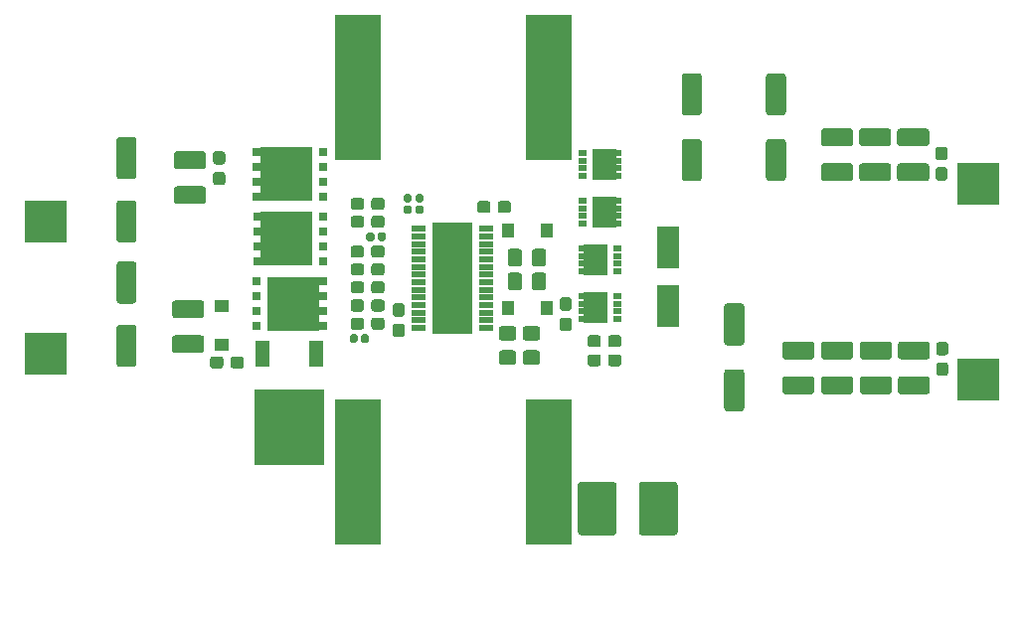
<source format=gts>
%TF.GenerationSoftware,KiCad,Pcbnew,(5.1.6)-1*%
%TF.CreationDate,2021-10-31T23:30:24+01:00*%
%TF.ProjectId,LiPo_12_Driver,4c69506f-5f31-4325-9f44-72697665722e,rev?*%
%TF.SameCoordinates,Original*%
%TF.FileFunction,Soldermask,Top*%
%TF.FilePolarity,Negative*%
%FSLAX46Y46*%
G04 Gerber Fmt 4.6, Leading zero omitted, Abs format (unit mm)*
G04 Created by KiCad (PCBNEW (5.1.6)-1) date 2021-10-31 23:30:24*
%MOMM*%
%LPD*%
G01*
G04 APERTURE LIST*
%ADD10R,3.600000X3.600000*%
%ADD11R,1.300000X1.000000*%
%ADD12R,1.000000X1.300000*%
%ADD13R,5.900000X6.500000*%
%ADD14R,1.300000X2.300000*%
%ADD15R,1.900000X3.600000*%
%ADD16R,3.925000X12.420000*%
%ADD17R,4.450000X4.610000*%
%ADD18R,0.800000X0.800000*%
%ADD19R,1.050000X1.330000*%
%ADD20R,0.730000X0.600000*%
%ADD21R,1.200000X0.500000*%
%ADD22R,3.500000X9.600000*%
G04 APERTURE END LIST*
D10*
%TO.C,J2*%
X101498400Y-106734000D03*
%TD*%
%TO.C,J3*%
X101498400Y-95504000D03*
%TD*%
%TO.C,J4*%
X180975000Y-108966000D03*
%TD*%
%TO.C,J1*%
X180911500Y-92265500D03*
%TD*%
%TO.C,C5*%
G36*
G01*
X116543700Y-90632000D02*
X116018700Y-90632000D01*
G75*
G02*
X115756200Y-90369500I0J262500D01*
G01*
X115756200Y-89744500D01*
G75*
G02*
X116018700Y-89482000I262500J0D01*
G01*
X116543700Y-89482000D01*
G75*
G02*
X116806200Y-89744500I0J-262500D01*
G01*
X116806200Y-90369500D01*
G75*
G02*
X116543700Y-90632000I-262500J0D01*
G01*
G37*
G36*
G01*
X116543700Y-92382000D02*
X116018700Y-92382000D01*
G75*
G02*
X115756200Y-92119500I0J262500D01*
G01*
X115756200Y-91494500D01*
G75*
G02*
X116018700Y-91232000I262500J0D01*
G01*
X116543700Y-91232000D01*
G75*
G02*
X116806200Y-91494500I0J-262500D01*
G01*
X116806200Y-92119500D01*
G75*
G02*
X116543700Y-92382000I-262500J0D01*
G01*
G37*
%TD*%
%TO.C,C1*%
G36*
G01*
X108978875Y-97273500D02*
X107810125Y-97273500D01*
G75*
G02*
X107544500Y-97007875I0J265625D01*
G01*
X107544500Y-93939125D01*
G75*
G02*
X107810125Y-93673500I265625J0D01*
G01*
X108978875Y-93673500D01*
G75*
G02*
X109244500Y-93939125I0J-265625D01*
G01*
X109244500Y-97007875D01*
G75*
G02*
X108978875Y-97273500I-265625J0D01*
G01*
G37*
G36*
G01*
X108978875Y-91873500D02*
X107810125Y-91873500D01*
G75*
G02*
X107544500Y-91607875I0J265625D01*
G01*
X107544500Y-88539125D01*
G75*
G02*
X107810125Y-88273500I265625J0D01*
G01*
X108978875Y-88273500D01*
G75*
G02*
X109244500Y-88539125I0J-265625D01*
G01*
X109244500Y-91607875D01*
G75*
G02*
X108978875Y-91873500I-265625J0D01*
G01*
G37*
%TD*%
%TO.C,C2*%
G36*
G01*
X107810125Y-104278000D02*
X108978875Y-104278000D01*
G75*
G02*
X109244500Y-104543625I0J-265625D01*
G01*
X109244500Y-107612375D01*
G75*
G02*
X108978875Y-107878000I-265625J0D01*
G01*
X107810125Y-107878000D01*
G75*
G02*
X107544500Y-107612375I0J265625D01*
G01*
X107544500Y-104543625D01*
G75*
G02*
X107810125Y-104278000I265625J0D01*
G01*
G37*
G36*
G01*
X107810125Y-98878000D02*
X108978875Y-98878000D01*
G75*
G02*
X109244500Y-99143625I0J-265625D01*
G01*
X109244500Y-102212375D01*
G75*
G02*
X108978875Y-102478000I-265625J0D01*
G01*
X107810125Y-102478000D01*
G75*
G02*
X107544500Y-102212375I0J265625D01*
G01*
X107544500Y-99143625D01*
G75*
G02*
X107810125Y-98878000I265625J0D01*
G01*
G37*
%TD*%
%TO.C,C3*%
G36*
G01*
X114899456Y-91019800D02*
X112684544Y-91019800D01*
G75*
G02*
X112417000Y-90752256I0J267544D01*
G01*
X112417000Y-89762344D01*
G75*
G02*
X112684544Y-89494800I267544J0D01*
G01*
X114899456Y-89494800D01*
G75*
G02*
X115167000Y-89762344I0J-267544D01*
G01*
X115167000Y-90752256D01*
G75*
G02*
X114899456Y-91019800I-267544J0D01*
G01*
G37*
G36*
G01*
X114899456Y-93994800D02*
X112684544Y-93994800D01*
G75*
G02*
X112417000Y-93727256I0J267544D01*
G01*
X112417000Y-92737344D01*
G75*
G02*
X112684544Y-92469800I267544J0D01*
G01*
X114899456Y-92469800D01*
G75*
G02*
X115167000Y-92737344I0J-267544D01*
G01*
X115167000Y-93727256D01*
G75*
G02*
X114899456Y-93994800I-267544J0D01*
G01*
G37*
%TD*%
%TO.C,C4*%
G36*
G01*
X112532144Y-102194800D02*
X114747056Y-102194800D01*
G75*
G02*
X115014600Y-102462344I0J-267544D01*
G01*
X115014600Y-103452256D01*
G75*
G02*
X114747056Y-103719800I-267544J0D01*
G01*
X112532144Y-103719800D01*
G75*
G02*
X112264600Y-103452256I0J267544D01*
G01*
X112264600Y-102462344D01*
G75*
G02*
X112532144Y-102194800I267544J0D01*
G01*
G37*
G36*
G01*
X112532144Y-105169800D02*
X114747056Y-105169800D01*
G75*
G02*
X115014600Y-105437344I0J-267544D01*
G01*
X115014600Y-106427256D01*
G75*
G02*
X114747056Y-106694800I-267544J0D01*
G01*
X112532144Y-106694800D01*
G75*
G02*
X112264600Y-106427256I0J267544D01*
G01*
X112264600Y-105437344D01*
G75*
G02*
X112532144Y-105169800I267544J0D01*
G01*
G37*
%TD*%
%TO.C,C6*%
G36*
G01*
X129230400Y-99830500D02*
X129230400Y-99305500D01*
G75*
G02*
X129492900Y-99043000I262500J0D01*
G01*
X130117900Y-99043000D01*
G75*
G02*
X130380400Y-99305500I0J-262500D01*
G01*
X130380400Y-99830500D01*
G75*
G02*
X130117900Y-100093000I-262500J0D01*
G01*
X129492900Y-100093000D01*
G75*
G02*
X129230400Y-99830500I0J262500D01*
G01*
G37*
G36*
G01*
X127480400Y-99830500D02*
X127480400Y-99305500D01*
G75*
G02*
X127742900Y-99043000I262500J0D01*
G01*
X128367900Y-99043000D01*
G75*
G02*
X128630400Y-99305500I0J-262500D01*
G01*
X128630400Y-99830500D01*
G75*
G02*
X128367900Y-100093000I-262500J0D01*
G01*
X127742900Y-100093000D01*
G75*
G02*
X127480400Y-99830500I0J262500D01*
G01*
G37*
%TD*%
%TO.C,C7*%
G36*
G01*
X144144000Y-98073738D02*
X144144000Y-99030262D01*
G75*
G02*
X143872262Y-99302000I-271738J0D01*
G01*
X143165738Y-99302000D01*
G75*
G02*
X142894000Y-99030262I0J271738D01*
G01*
X142894000Y-98073738D01*
G75*
G02*
X143165738Y-97802000I271738J0D01*
G01*
X143872262Y-97802000D01*
G75*
G02*
X144144000Y-98073738I0J-271738D01*
G01*
G37*
G36*
G01*
X142094000Y-98073738D02*
X142094000Y-99030262D01*
G75*
G02*
X141822262Y-99302000I-271738J0D01*
G01*
X141115738Y-99302000D01*
G75*
G02*
X140844000Y-99030262I0J271738D01*
G01*
X140844000Y-98073738D01*
G75*
G02*
X141115738Y-97802000I271738J0D01*
G01*
X141822262Y-97802000D01*
G75*
G02*
X142094000Y-98073738I0J-271738D01*
G01*
G37*
%TD*%
%TO.C,C8*%
G36*
G01*
X142094000Y-100105738D02*
X142094000Y-101062262D01*
G75*
G02*
X141822262Y-101334000I-271738J0D01*
G01*
X141115738Y-101334000D01*
G75*
G02*
X140844000Y-101062262I0J271738D01*
G01*
X140844000Y-100105738D01*
G75*
G02*
X141115738Y-99834000I271738J0D01*
G01*
X141822262Y-99834000D01*
G75*
G02*
X142094000Y-100105738I0J-271738D01*
G01*
G37*
G36*
G01*
X144144000Y-100105738D02*
X144144000Y-101062262D01*
G75*
G02*
X143872262Y-101334000I-271738J0D01*
G01*
X143165738Y-101334000D01*
G75*
G02*
X142894000Y-101062262I0J271738D01*
G01*
X142894000Y-100105738D01*
G75*
G02*
X143165738Y-99834000I271738J0D01*
G01*
X143872262Y-99834000D01*
G75*
G02*
X144144000Y-100105738I0J-271738D01*
G01*
G37*
%TD*%
%TO.C,C9*%
G36*
G01*
X127480400Y-101354500D02*
X127480400Y-100829500D01*
G75*
G02*
X127742900Y-100567000I262500J0D01*
G01*
X128367900Y-100567000D01*
G75*
G02*
X128630400Y-100829500I0J-262500D01*
G01*
X128630400Y-101354500D01*
G75*
G02*
X128367900Y-101617000I-262500J0D01*
G01*
X127742900Y-101617000D01*
G75*
G02*
X127480400Y-101354500I0J262500D01*
G01*
G37*
G36*
G01*
X129230400Y-101354500D02*
X129230400Y-100829500D01*
G75*
G02*
X129492900Y-100567000I262500J0D01*
G01*
X130117900Y-100567000D01*
G75*
G02*
X130380400Y-100829500I0J-262500D01*
G01*
X130380400Y-101354500D01*
G75*
G02*
X130117900Y-101617000I-262500J0D01*
G01*
X129492900Y-101617000D01*
G75*
G02*
X129230400Y-101354500I0J262500D01*
G01*
G37*
%TD*%
%TO.C,C10*%
G36*
G01*
X129219000Y-98306500D02*
X129219000Y-97781500D01*
G75*
G02*
X129481500Y-97519000I262500J0D01*
G01*
X130106500Y-97519000D01*
G75*
G02*
X130369000Y-97781500I0J-262500D01*
G01*
X130369000Y-98306500D01*
G75*
G02*
X130106500Y-98569000I-262500J0D01*
G01*
X129481500Y-98569000D01*
G75*
G02*
X129219000Y-98306500I0J262500D01*
G01*
G37*
G36*
G01*
X127469000Y-98306500D02*
X127469000Y-97781500D01*
G75*
G02*
X127731500Y-97519000I262500J0D01*
G01*
X128356500Y-97519000D01*
G75*
G02*
X128619000Y-97781500I0J-262500D01*
G01*
X128619000Y-98306500D01*
G75*
G02*
X128356500Y-98569000I-262500J0D01*
G01*
X127731500Y-98569000D01*
G75*
G02*
X127469000Y-98306500I0J262500D01*
G01*
G37*
%TD*%
%TO.C,C11*%
G36*
G01*
X127480400Y-102900801D02*
X127480400Y-102375801D01*
G75*
G02*
X127742900Y-102113301I262500J0D01*
G01*
X128367900Y-102113301D01*
G75*
G02*
X128630400Y-102375801I0J-262500D01*
G01*
X128630400Y-102900801D01*
G75*
G02*
X128367900Y-103163301I-262500J0D01*
G01*
X127742900Y-103163301D01*
G75*
G02*
X127480400Y-102900801I0J262500D01*
G01*
G37*
G36*
G01*
X129230400Y-102900801D02*
X129230400Y-102375801D01*
G75*
G02*
X129492900Y-102113301I262500J0D01*
G01*
X130117900Y-102113301D01*
G75*
G02*
X130380400Y-102375801I0J-262500D01*
G01*
X130380400Y-102900801D01*
G75*
G02*
X130117900Y-103163301I-262500J0D01*
G01*
X129492900Y-103163301D01*
G75*
G02*
X129230400Y-102900801I0J262500D01*
G01*
G37*
%TD*%
%TO.C,C12*%
G36*
G01*
X127480400Y-94242500D02*
X127480400Y-93717500D01*
G75*
G02*
X127742900Y-93455000I262500J0D01*
G01*
X128367900Y-93455000D01*
G75*
G02*
X128630400Y-93717500I0J-262500D01*
G01*
X128630400Y-94242500D01*
G75*
G02*
X128367900Y-94505000I-262500J0D01*
G01*
X127742900Y-94505000D01*
G75*
G02*
X127480400Y-94242500I0J262500D01*
G01*
G37*
G36*
G01*
X129230400Y-94242500D02*
X129230400Y-93717500D01*
G75*
G02*
X129492900Y-93455000I262500J0D01*
G01*
X130117900Y-93455000D01*
G75*
G02*
X130380400Y-93717500I0J-262500D01*
G01*
X130380400Y-94242500D01*
G75*
G02*
X130117900Y-94505000I-262500J0D01*
G01*
X129492900Y-94505000D01*
G75*
G02*
X129230400Y-94242500I0J262500D01*
G01*
G37*
%TD*%
%TO.C,C13*%
G36*
G01*
X138250000Y-94496500D02*
X138250000Y-93971500D01*
G75*
G02*
X138512500Y-93709000I262500J0D01*
G01*
X139137500Y-93709000D01*
G75*
G02*
X139400000Y-93971500I0J-262500D01*
G01*
X139400000Y-94496500D01*
G75*
G02*
X139137500Y-94759000I-262500J0D01*
G01*
X138512500Y-94759000D01*
G75*
G02*
X138250000Y-94496500I0J262500D01*
G01*
G37*
G36*
G01*
X140000000Y-94496500D02*
X140000000Y-93971500D01*
G75*
G02*
X140262500Y-93709000I262500J0D01*
G01*
X140887500Y-93709000D01*
G75*
G02*
X141150000Y-93971500I0J-262500D01*
G01*
X141150000Y-94496500D01*
G75*
G02*
X140887500Y-94759000I-262500J0D01*
G01*
X140262500Y-94759000D01*
G75*
G02*
X140000000Y-94496500I0J262500D01*
G01*
G37*
%TD*%
%TO.C,C14*%
G36*
G01*
X141321262Y-107695000D02*
X140364738Y-107695000D01*
G75*
G02*
X140093000Y-107423262I0J271738D01*
G01*
X140093000Y-106716738D01*
G75*
G02*
X140364738Y-106445000I271738J0D01*
G01*
X141321262Y-106445000D01*
G75*
G02*
X141593000Y-106716738I0J-271738D01*
G01*
X141593000Y-107423262D01*
G75*
G02*
X141321262Y-107695000I-271738J0D01*
G01*
G37*
G36*
G01*
X141321262Y-105645000D02*
X140364738Y-105645000D01*
G75*
G02*
X140093000Y-105373262I0J271738D01*
G01*
X140093000Y-104666738D01*
G75*
G02*
X140364738Y-104395000I271738J0D01*
G01*
X141321262Y-104395000D01*
G75*
G02*
X141593000Y-104666738I0J-271738D01*
G01*
X141593000Y-105373262D01*
G75*
G02*
X141321262Y-105645000I-271738J0D01*
G01*
G37*
%TD*%
%TO.C,C15*%
G36*
G01*
X142396738Y-106445000D02*
X143353262Y-106445000D01*
G75*
G02*
X143625000Y-106716738I0J-271738D01*
G01*
X143625000Y-107423262D01*
G75*
G02*
X143353262Y-107695000I-271738J0D01*
G01*
X142396738Y-107695000D01*
G75*
G02*
X142125000Y-107423262I0J271738D01*
G01*
X142125000Y-106716738D01*
G75*
G02*
X142396738Y-106445000I271738J0D01*
G01*
G37*
G36*
G01*
X142396738Y-104395000D02*
X143353262Y-104395000D01*
G75*
G02*
X143625000Y-104666738I0J-271738D01*
G01*
X143625000Y-105373262D01*
G75*
G02*
X143353262Y-105645000I-271738J0D01*
G01*
X142396738Y-105645000D01*
G75*
G02*
X142125000Y-105373262I0J271738D01*
G01*
X142125000Y-104666738D01*
G75*
G02*
X142396738Y-104395000I271738J0D01*
G01*
G37*
%TD*%
%TO.C,C16*%
G36*
G01*
X157111875Y-92039500D02*
X155943125Y-92039500D01*
G75*
G02*
X155677500Y-91773875I0J265625D01*
G01*
X155677500Y-88705125D01*
G75*
G02*
X155943125Y-88439500I265625J0D01*
G01*
X157111875Y-88439500D01*
G75*
G02*
X157377500Y-88705125I0J-265625D01*
G01*
X157377500Y-91773875D01*
G75*
G02*
X157111875Y-92039500I-265625J0D01*
G01*
G37*
G36*
G01*
X157111875Y-86439500D02*
X155943125Y-86439500D01*
G75*
G02*
X155677500Y-86173875I0J265625D01*
G01*
X155677500Y-83105125D01*
G75*
G02*
X155943125Y-82839500I265625J0D01*
G01*
X157111875Y-82839500D01*
G75*
G02*
X157377500Y-83105125I0J-265625D01*
G01*
X157377500Y-86173875D01*
G75*
G02*
X157111875Y-86439500I-265625J0D01*
G01*
G37*
%TD*%
%TO.C,C17*%
G36*
G01*
X159562625Y-108061000D02*
X160731375Y-108061000D01*
G75*
G02*
X160997000Y-108326625I0J-265625D01*
G01*
X160997000Y-111395375D01*
G75*
G02*
X160731375Y-111661000I-265625J0D01*
G01*
X159562625Y-111661000D01*
G75*
G02*
X159297000Y-111395375I0J265625D01*
G01*
X159297000Y-108326625D01*
G75*
G02*
X159562625Y-108061000I265625J0D01*
G01*
G37*
G36*
G01*
X159562625Y-102461000D02*
X160731375Y-102461000D01*
G75*
G02*
X160997000Y-102726625I0J-265625D01*
G01*
X160997000Y-105795375D01*
G75*
G02*
X160731375Y-106061000I-265625J0D01*
G01*
X159562625Y-106061000D01*
G75*
G02*
X159297000Y-105795375I0J265625D01*
G01*
X159297000Y-102726625D01*
G75*
G02*
X159562625Y-102461000I265625J0D01*
G01*
G37*
%TD*%
%TO.C,C18*%
G36*
G01*
X164287375Y-92039500D02*
X163118625Y-92039500D01*
G75*
G02*
X162853000Y-91773875I0J265625D01*
G01*
X162853000Y-88705125D01*
G75*
G02*
X163118625Y-88439500I265625J0D01*
G01*
X164287375Y-88439500D01*
G75*
G02*
X164553000Y-88705125I0J-265625D01*
G01*
X164553000Y-91773875D01*
G75*
G02*
X164287375Y-92039500I-265625J0D01*
G01*
G37*
G36*
G01*
X164287375Y-86439500D02*
X163118625Y-86439500D01*
G75*
G02*
X162853000Y-86173875I0J265625D01*
G01*
X162853000Y-83105125D01*
G75*
G02*
X163118625Y-82839500I265625J0D01*
G01*
X164287375Y-82839500D01*
G75*
G02*
X164553000Y-83105125I0J-265625D01*
G01*
X164553000Y-86173875D01*
G75*
G02*
X164287375Y-86439500I-265625J0D01*
G01*
G37*
%TD*%
%TO.C,C19*%
G36*
G01*
X164500544Y-105700000D02*
X166715456Y-105700000D01*
G75*
G02*
X166983000Y-105967544I0J-267544D01*
G01*
X166983000Y-106957456D01*
G75*
G02*
X166715456Y-107225000I-267544J0D01*
G01*
X164500544Y-107225000D01*
G75*
G02*
X164233000Y-106957456I0J267544D01*
G01*
X164233000Y-105967544D01*
G75*
G02*
X164500544Y-105700000I267544J0D01*
G01*
G37*
G36*
G01*
X164500544Y-108675000D02*
X166715456Y-108675000D01*
G75*
G02*
X166983000Y-108942544I0J-267544D01*
G01*
X166983000Y-109932456D01*
G75*
G02*
X166715456Y-110200000I-267544J0D01*
G01*
X164500544Y-110200000D01*
G75*
G02*
X164233000Y-109932456I0J267544D01*
G01*
X164233000Y-108942544D01*
G75*
G02*
X164500544Y-108675000I267544J0D01*
G01*
G37*
%TD*%
%TO.C,C20*%
G36*
G01*
X167802544Y-105700000D02*
X170017456Y-105700000D01*
G75*
G02*
X170285000Y-105967544I0J-267544D01*
G01*
X170285000Y-106957456D01*
G75*
G02*
X170017456Y-107225000I-267544J0D01*
G01*
X167802544Y-107225000D01*
G75*
G02*
X167535000Y-106957456I0J267544D01*
G01*
X167535000Y-105967544D01*
G75*
G02*
X167802544Y-105700000I267544J0D01*
G01*
G37*
G36*
G01*
X167802544Y-108675000D02*
X170017456Y-108675000D01*
G75*
G02*
X170285000Y-108942544I0J-267544D01*
G01*
X170285000Y-109932456D01*
G75*
G02*
X170017456Y-110200000I-267544J0D01*
G01*
X167802544Y-110200000D01*
G75*
G02*
X167535000Y-109932456I0J267544D01*
G01*
X167535000Y-108942544D01*
G75*
G02*
X167802544Y-108675000I267544J0D01*
G01*
G37*
%TD*%
%TO.C,C21*%
G36*
G01*
X171104544Y-108675000D02*
X173319456Y-108675000D01*
G75*
G02*
X173587000Y-108942544I0J-267544D01*
G01*
X173587000Y-109932456D01*
G75*
G02*
X173319456Y-110200000I-267544J0D01*
G01*
X171104544Y-110200000D01*
G75*
G02*
X170837000Y-109932456I0J267544D01*
G01*
X170837000Y-108942544D01*
G75*
G02*
X171104544Y-108675000I267544J0D01*
G01*
G37*
G36*
G01*
X171104544Y-105700000D02*
X173319456Y-105700000D01*
G75*
G02*
X173587000Y-105967544I0J-267544D01*
G01*
X173587000Y-106957456D01*
G75*
G02*
X173319456Y-107225000I-267544J0D01*
G01*
X171104544Y-107225000D01*
G75*
G02*
X170837000Y-106957456I0J267544D01*
G01*
X170837000Y-105967544D01*
G75*
G02*
X171104544Y-105700000I267544J0D01*
G01*
G37*
%TD*%
%TO.C,C22*%
G36*
G01*
X178062500Y-90251000D02*
X177537500Y-90251000D01*
G75*
G02*
X177275000Y-89988500I0J262500D01*
G01*
X177275000Y-89363500D01*
G75*
G02*
X177537500Y-89101000I262500J0D01*
G01*
X178062500Y-89101000D01*
G75*
G02*
X178325000Y-89363500I0J-262500D01*
G01*
X178325000Y-89988500D01*
G75*
G02*
X178062500Y-90251000I-262500J0D01*
G01*
G37*
G36*
G01*
X178062500Y-92001000D02*
X177537500Y-92001000D01*
G75*
G02*
X177275000Y-91738500I0J262500D01*
G01*
X177275000Y-91113500D01*
G75*
G02*
X177537500Y-90851000I262500J0D01*
G01*
X178062500Y-90851000D01*
G75*
G02*
X178325000Y-91113500I0J-262500D01*
G01*
X178325000Y-91738500D01*
G75*
G02*
X178062500Y-92001000I-262500J0D01*
G01*
G37*
%TD*%
%TO.C,C23*%
G36*
G01*
X177601000Y-105738000D02*
X178126000Y-105738000D01*
G75*
G02*
X178388500Y-106000500I0J-262500D01*
G01*
X178388500Y-106625500D01*
G75*
G02*
X178126000Y-106888000I-262500J0D01*
G01*
X177601000Y-106888000D01*
G75*
G02*
X177338500Y-106625500I0J262500D01*
G01*
X177338500Y-106000500D01*
G75*
G02*
X177601000Y-105738000I262500J0D01*
G01*
G37*
G36*
G01*
X177601000Y-107488000D02*
X178126000Y-107488000D01*
G75*
G02*
X178388500Y-107750500I0J-262500D01*
G01*
X178388500Y-108375500D01*
G75*
G02*
X178126000Y-108638000I-262500J0D01*
G01*
X177601000Y-108638000D01*
G75*
G02*
X177338500Y-108375500I0J262500D01*
G01*
X177338500Y-107750500D01*
G75*
G02*
X177601000Y-107488000I262500J0D01*
G01*
G37*
%TD*%
%TO.C,C24*%
G36*
G01*
X170017456Y-89064000D02*
X167802544Y-89064000D01*
G75*
G02*
X167535000Y-88796456I0J267544D01*
G01*
X167535000Y-87806544D01*
G75*
G02*
X167802544Y-87539000I267544J0D01*
G01*
X170017456Y-87539000D01*
G75*
G02*
X170285000Y-87806544I0J-267544D01*
G01*
X170285000Y-88796456D01*
G75*
G02*
X170017456Y-89064000I-267544J0D01*
G01*
G37*
G36*
G01*
X170017456Y-92039000D02*
X167802544Y-92039000D01*
G75*
G02*
X167535000Y-91771456I0J267544D01*
G01*
X167535000Y-90781544D01*
G75*
G02*
X167802544Y-90514000I267544J0D01*
G01*
X170017456Y-90514000D01*
G75*
G02*
X170285000Y-90781544I0J-267544D01*
G01*
X170285000Y-91771456D01*
G75*
G02*
X170017456Y-92039000I-267544J0D01*
G01*
G37*
%TD*%
%TO.C,C25*%
G36*
G01*
X173255956Y-92039000D02*
X171041044Y-92039000D01*
G75*
G02*
X170773500Y-91771456I0J267544D01*
G01*
X170773500Y-90781544D01*
G75*
G02*
X171041044Y-90514000I267544J0D01*
G01*
X173255956Y-90514000D01*
G75*
G02*
X173523500Y-90781544I0J-267544D01*
G01*
X173523500Y-91771456D01*
G75*
G02*
X173255956Y-92039000I-267544J0D01*
G01*
G37*
G36*
G01*
X173255956Y-89064000D02*
X171041044Y-89064000D01*
G75*
G02*
X170773500Y-88796456I0J267544D01*
G01*
X170773500Y-87806544D01*
G75*
G02*
X171041044Y-87539000I267544J0D01*
G01*
X173255956Y-87539000D01*
G75*
G02*
X173523500Y-87806544I0J-267544D01*
G01*
X173523500Y-88796456D01*
G75*
G02*
X173255956Y-89064000I-267544J0D01*
G01*
G37*
%TD*%
%TO.C,C26*%
G36*
G01*
X174343044Y-108675000D02*
X176557956Y-108675000D01*
G75*
G02*
X176825500Y-108942544I0J-267544D01*
G01*
X176825500Y-109932456D01*
G75*
G02*
X176557956Y-110200000I-267544J0D01*
G01*
X174343044Y-110200000D01*
G75*
G02*
X174075500Y-109932456I0J267544D01*
G01*
X174075500Y-108942544D01*
G75*
G02*
X174343044Y-108675000I267544J0D01*
G01*
G37*
G36*
G01*
X174343044Y-105700000D02*
X176557956Y-105700000D01*
G75*
G02*
X176825500Y-105967544I0J-267544D01*
G01*
X176825500Y-106957456D01*
G75*
G02*
X176557956Y-107225000I-267544J0D01*
G01*
X174343044Y-107225000D01*
G75*
G02*
X174075500Y-106957456I0J267544D01*
G01*
X174075500Y-105967544D01*
G75*
G02*
X174343044Y-105700000I267544J0D01*
G01*
G37*
%TD*%
%TO.C,C27*%
G36*
G01*
X176494456Y-92039000D02*
X174279544Y-92039000D01*
G75*
G02*
X174012000Y-91771456I0J267544D01*
G01*
X174012000Y-90781544D01*
G75*
G02*
X174279544Y-90514000I267544J0D01*
G01*
X176494456Y-90514000D01*
G75*
G02*
X176762000Y-90781544I0J-267544D01*
G01*
X176762000Y-91771456D01*
G75*
G02*
X176494456Y-92039000I-267544J0D01*
G01*
G37*
G36*
G01*
X176494456Y-89064000D02*
X174279544Y-89064000D01*
G75*
G02*
X174012000Y-88796456I0J267544D01*
G01*
X174012000Y-87806544D01*
G75*
G02*
X174279544Y-87539000I267544J0D01*
G01*
X176494456Y-87539000D01*
G75*
G02*
X176762000Y-87806544I0J-267544D01*
G01*
X176762000Y-88796456D01*
G75*
G02*
X176494456Y-89064000I-267544J0D01*
G01*
G37*
%TD*%
D11*
%TO.C,D1*%
X116484400Y-102693200D03*
X116484400Y-105993200D03*
%TD*%
D12*
%TO.C,D2*%
X140894800Y-96266000D03*
X144194800Y-96266000D03*
%TD*%
D13*
%TO.C,D3*%
X122237500Y-113034500D03*
D14*
X119957500Y-106734500D03*
X124517500Y-106734500D03*
%TD*%
D15*
%TO.C,D4*%
X154559000Y-97703000D03*
X154559000Y-102703000D03*
%TD*%
D12*
%TO.C,D5*%
X140894800Y-102870000D03*
X144194800Y-102870000D03*
%TD*%
D16*
%TO.C,L1*%
X128072300Y-84074000D03*
X144317300Y-84074000D03*
%TD*%
%TO.C,L2*%
X144317300Y-116840000D03*
X128072300Y-116840000D03*
%TD*%
%TO.C,R1*%
G36*
G01*
X129501600Y-96576500D02*
X129501600Y-96971500D01*
G75*
G02*
X129329100Y-97144000I-172500J0D01*
G01*
X128984100Y-97144000D01*
G75*
G02*
X128811600Y-96971500I0J172500D01*
G01*
X128811600Y-96576500D01*
G75*
G02*
X128984100Y-96404000I172500J0D01*
G01*
X129329100Y-96404000D01*
G75*
G02*
X129501600Y-96576500I0J-172500D01*
G01*
G37*
G36*
G01*
X130471600Y-96576500D02*
X130471600Y-96971500D01*
G75*
G02*
X130299100Y-97144000I-172500J0D01*
G01*
X129954100Y-97144000D01*
G75*
G02*
X129781600Y-96971500I0J172500D01*
G01*
X129781600Y-96576500D01*
G75*
G02*
X129954100Y-96404000I172500J0D01*
G01*
X130299100Y-96404000D01*
G75*
G02*
X130471600Y-96576500I0J-172500D01*
G01*
G37*
%TD*%
%TO.C,R2*%
G36*
G01*
X132136500Y-93150000D02*
X132531500Y-93150000D01*
G75*
G02*
X132704000Y-93322500I0J-172500D01*
G01*
X132704000Y-93667500D01*
G75*
G02*
X132531500Y-93840000I-172500J0D01*
G01*
X132136500Y-93840000D01*
G75*
G02*
X131964000Y-93667500I0J172500D01*
G01*
X131964000Y-93322500D01*
G75*
G02*
X132136500Y-93150000I172500J0D01*
G01*
G37*
G36*
G01*
X132136500Y-94120000D02*
X132531500Y-94120000D01*
G75*
G02*
X132704000Y-94292500I0J-172500D01*
G01*
X132704000Y-94637500D01*
G75*
G02*
X132531500Y-94810000I-172500J0D01*
G01*
X132136500Y-94810000D01*
G75*
G02*
X131964000Y-94637500I0J172500D01*
G01*
X131964000Y-94292500D01*
G75*
G02*
X132136500Y-94120000I172500J0D01*
G01*
G37*
%TD*%
%TO.C,R3*%
G36*
G01*
X133547500Y-93840000D02*
X133152500Y-93840000D01*
G75*
G02*
X132980000Y-93667500I0J172500D01*
G01*
X132980000Y-93322500D01*
G75*
G02*
X133152500Y-93150000I172500J0D01*
G01*
X133547500Y-93150000D01*
G75*
G02*
X133720000Y-93322500I0J-172500D01*
G01*
X133720000Y-93667500D01*
G75*
G02*
X133547500Y-93840000I-172500J0D01*
G01*
G37*
G36*
G01*
X133547500Y-94810000D02*
X133152500Y-94810000D01*
G75*
G02*
X132980000Y-94637500I0J172500D01*
G01*
X132980000Y-94292500D01*
G75*
G02*
X133152500Y-94120000I172500J0D01*
G01*
X133547500Y-94120000D01*
G75*
G02*
X133720000Y-94292500I0J-172500D01*
G01*
X133720000Y-94637500D01*
G75*
G02*
X133547500Y-94810000I-172500J0D01*
G01*
G37*
%TD*%
%TO.C,R4*%
G36*
G01*
X146058500Y-104828000D02*
X145533500Y-104828000D01*
G75*
G02*
X145271000Y-104565500I0J262500D01*
G01*
X145271000Y-103940500D01*
G75*
G02*
X145533500Y-103678000I262500J0D01*
G01*
X146058500Y-103678000D01*
G75*
G02*
X146321000Y-103940500I0J-262500D01*
G01*
X146321000Y-104565500D01*
G75*
G02*
X146058500Y-104828000I-262500J0D01*
G01*
G37*
G36*
G01*
X146058500Y-103078000D02*
X145533500Y-103078000D01*
G75*
G02*
X145271000Y-102815500I0J262500D01*
G01*
X145271000Y-102190500D01*
G75*
G02*
X145533500Y-101928000I262500J0D01*
G01*
X146058500Y-101928000D01*
G75*
G02*
X146321000Y-102190500I0J-262500D01*
G01*
X146321000Y-102815500D01*
G75*
G02*
X146058500Y-103078000I-262500J0D01*
G01*
G37*
%TD*%
%TO.C,R5*%
G36*
G01*
X117241600Y-107755300D02*
X117241600Y-107230300D01*
G75*
G02*
X117504100Y-106967800I262500J0D01*
G01*
X118129100Y-106967800D01*
G75*
G02*
X118391600Y-107230300I0J-262500D01*
G01*
X118391600Y-107755300D01*
G75*
G02*
X118129100Y-108017800I-262500J0D01*
G01*
X117504100Y-108017800D01*
G75*
G02*
X117241600Y-107755300I0J262500D01*
G01*
G37*
G36*
G01*
X115491600Y-107755300D02*
X115491600Y-107230300D01*
G75*
G02*
X115754100Y-106967800I262500J0D01*
G01*
X116379100Y-106967800D01*
G75*
G02*
X116641600Y-107230300I0J-262500D01*
G01*
X116641600Y-107755300D01*
G75*
G02*
X116379100Y-108017800I-262500J0D01*
G01*
X115754100Y-108017800D01*
G75*
G02*
X115491600Y-107755300I0J262500D01*
G01*
G37*
%TD*%
%TO.C,R6*%
G36*
G01*
X129049200Y-105263300D02*
X129049200Y-105658300D01*
G75*
G02*
X128876700Y-105830800I-172500J0D01*
G01*
X128531700Y-105830800D01*
G75*
G02*
X128359200Y-105658300I0J172500D01*
G01*
X128359200Y-105263300D01*
G75*
G02*
X128531700Y-105090800I172500J0D01*
G01*
X128876700Y-105090800D01*
G75*
G02*
X129049200Y-105263300I0J-172500D01*
G01*
G37*
G36*
G01*
X128079200Y-105263300D02*
X128079200Y-105658300D01*
G75*
G02*
X127906700Y-105830800I-172500J0D01*
G01*
X127561700Y-105830800D01*
G75*
G02*
X127389200Y-105658300I0J172500D01*
G01*
X127389200Y-105263300D01*
G75*
G02*
X127561700Y-105090800I172500J0D01*
G01*
X127906700Y-105090800D01*
G75*
G02*
X128079200Y-105263300I0J-172500D01*
G01*
G37*
%TD*%
%TO.C,R7*%
G36*
G01*
X130380400Y-103928300D02*
X130380400Y-104453300D01*
G75*
G02*
X130117900Y-104715800I-262500J0D01*
G01*
X129492900Y-104715800D01*
G75*
G02*
X129230400Y-104453300I0J262500D01*
G01*
X129230400Y-103928300D01*
G75*
G02*
X129492900Y-103665800I262500J0D01*
G01*
X130117900Y-103665800D01*
G75*
G02*
X130380400Y-103928300I0J-262500D01*
G01*
G37*
G36*
G01*
X128630400Y-103928300D02*
X128630400Y-104453300D01*
G75*
G02*
X128367900Y-104715800I-262500J0D01*
G01*
X127742900Y-104715800D01*
G75*
G02*
X127480400Y-104453300I0J262500D01*
G01*
X127480400Y-103928300D01*
G75*
G02*
X127742900Y-103665800I262500J0D01*
G01*
X128367900Y-103665800D01*
G75*
G02*
X128630400Y-103928300I0J-262500D01*
G01*
G37*
%TD*%
%TO.C,R8*%
G36*
G01*
X131834500Y-103586000D02*
X131309500Y-103586000D01*
G75*
G02*
X131047000Y-103323500I0J262500D01*
G01*
X131047000Y-102698500D01*
G75*
G02*
X131309500Y-102436000I262500J0D01*
G01*
X131834500Y-102436000D01*
G75*
G02*
X132097000Y-102698500I0J-262500D01*
G01*
X132097000Y-103323500D01*
G75*
G02*
X131834500Y-103586000I-262500J0D01*
G01*
G37*
G36*
G01*
X131834500Y-105336000D02*
X131309500Y-105336000D01*
G75*
G02*
X131047000Y-105073500I0J262500D01*
G01*
X131047000Y-104448500D01*
G75*
G02*
X131309500Y-104186000I262500J0D01*
G01*
X131834500Y-104186000D01*
G75*
G02*
X132097000Y-104448500I0J-262500D01*
G01*
X132097000Y-105073500D01*
G75*
G02*
X131834500Y-105336000I-262500J0D01*
G01*
G37*
%TD*%
%TO.C,R9*%
G36*
G01*
X147648000Y-105926500D02*
X147648000Y-105401500D01*
G75*
G02*
X147910500Y-105139000I262500J0D01*
G01*
X148535500Y-105139000D01*
G75*
G02*
X148798000Y-105401500I0J-262500D01*
G01*
X148798000Y-105926500D01*
G75*
G02*
X148535500Y-106189000I-262500J0D01*
G01*
X147910500Y-106189000D01*
G75*
G02*
X147648000Y-105926500I0J262500D01*
G01*
G37*
G36*
G01*
X149398000Y-105926500D02*
X149398000Y-105401500D01*
G75*
G02*
X149660500Y-105139000I262500J0D01*
G01*
X150285500Y-105139000D01*
G75*
G02*
X150548000Y-105401500I0J-262500D01*
G01*
X150548000Y-105926500D01*
G75*
G02*
X150285500Y-106189000I-262500J0D01*
G01*
X149660500Y-106189000D01*
G75*
G02*
X149398000Y-105926500I0J262500D01*
G01*
G37*
%TD*%
%TO.C,R10*%
G36*
G01*
X148798000Y-107052500D02*
X148798000Y-107577500D01*
G75*
G02*
X148535500Y-107840000I-262500J0D01*
G01*
X147910500Y-107840000D01*
G75*
G02*
X147648000Y-107577500I0J262500D01*
G01*
X147648000Y-107052500D01*
G75*
G02*
X147910500Y-106790000I262500J0D01*
G01*
X148535500Y-106790000D01*
G75*
G02*
X148798000Y-107052500I0J-262500D01*
G01*
G37*
G36*
G01*
X150548000Y-107052500D02*
X150548000Y-107577500D01*
G75*
G02*
X150285500Y-107840000I-262500J0D01*
G01*
X149660500Y-107840000D01*
G75*
G02*
X149398000Y-107577500I0J262500D01*
G01*
X149398000Y-107052500D01*
G75*
G02*
X149660500Y-106790000I262500J0D01*
G01*
X150285500Y-106790000D01*
G75*
G02*
X150548000Y-107052500I0J-262500D01*
G01*
G37*
%TD*%
%TO.C,R11*%
G36*
G01*
X146829200Y-121955988D02*
X146829200Y-117921612D01*
G75*
G02*
X147087012Y-117663800I257812J0D01*
G01*
X149871388Y-117663800D01*
G75*
G02*
X150129200Y-117921612I0J-257812D01*
G01*
X150129200Y-121955988D01*
G75*
G02*
X149871388Y-122213800I-257812J0D01*
G01*
X147087012Y-122213800D01*
G75*
G02*
X146829200Y-121955988I0J257812D01*
G01*
G37*
G36*
G01*
X152029200Y-121955988D02*
X152029200Y-117921612D01*
G75*
G02*
X152287012Y-117663800I257812J0D01*
G01*
X155071388Y-117663800D01*
G75*
G02*
X155329200Y-117921612I0J-257812D01*
G01*
X155329200Y-121955988D01*
G75*
G02*
X155071388Y-122213800I-257812J0D01*
G01*
X152287012Y-122213800D01*
G75*
G02*
X152029200Y-121955988I0J257812D01*
G01*
G37*
%TD*%
%TO.C,R12*%
G36*
G01*
X127480400Y-95766500D02*
X127480400Y-95241500D01*
G75*
G02*
X127742900Y-94979000I262500J0D01*
G01*
X128367900Y-94979000D01*
G75*
G02*
X128630400Y-95241500I0J-262500D01*
G01*
X128630400Y-95766500D01*
G75*
G02*
X128367900Y-96029000I-262500J0D01*
G01*
X127742900Y-96029000D01*
G75*
G02*
X127480400Y-95766500I0J262500D01*
G01*
G37*
G36*
G01*
X129230400Y-95766500D02*
X129230400Y-95241500D01*
G75*
G02*
X129492900Y-94979000I262500J0D01*
G01*
X130117900Y-94979000D01*
G75*
G02*
X130380400Y-95241500I0J-262500D01*
G01*
X130380400Y-95766500D01*
G75*
G02*
X130117900Y-96029000I-262500J0D01*
G01*
X129492900Y-96029000D01*
G75*
G02*
X129230400Y-95766500I0J262500D01*
G01*
G37*
%TD*%
D17*
%TO.C,Q1*%
X122004000Y-96949000D03*
D18*
X125134000Y-96314000D03*
X125134000Y-97584000D03*
X125134000Y-98854000D03*
X125134000Y-95044000D03*
X119534000Y-95044000D03*
X119534000Y-98854000D03*
X119534000Y-97584000D03*
X119534000Y-96314000D03*
%TD*%
D17*
%TO.C,Q2*%
X121971000Y-91440000D03*
D18*
X125101000Y-90805000D03*
X125101000Y-92075000D03*
X125101000Y-93345000D03*
X125101000Y-89535000D03*
X119501000Y-89535000D03*
X119501000Y-93345000D03*
X119501000Y-92075000D03*
X119501000Y-90805000D03*
%TD*%
%TO.C,Q3*%
X125101000Y-103124000D03*
X125101000Y-101854000D03*
X125101000Y-100584000D03*
X125101000Y-104394000D03*
X119501000Y-104394000D03*
X119501000Y-100584000D03*
X119501000Y-101854000D03*
X119501000Y-103124000D03*
D17*
X122631000Y-102489000D03*
%TD*%
D19*
%TO.C,Q4*%
X148627000Y-90004500D03*
X148627000Y-91224500D03*
X149577000Y-90004500D03*
X149577000Y-91224500D03*
D20*
X150157000Y-89644500D03*
X150157000Y-90284500D03*
X150157000Y-90944500D03*
X150157000Y-91584500D03*
X147277000Y-91584500D03*
X147277000Y-90944500D03*
X147277000Y-90284500D03*
X147277000Y-89644500D03*
%TD*%
%TO.C,Q5*%
X147277000Y-93708500D03*
X147277000Y-94348500D03*
X147277000Y-95008500D03*
X147277000Y-95648500D03*
X150157000Y-95648500D03*
X150157000Y-95008500D03*
X150157000Y-94348500D03*
X150157000Y-93708500D03*
D19*
X149577000Y-95288500D03*
X149577000Y-94068500D03*
X148627000Y-95288500D03*
X148627000Y-94068500D03*
%TD*%
D20*
%TO.C,Q6*%
X150157000Y-103776500D03*
X150157000Y-103136500D03*
X150157000Y-102476500D03*
X150157000Y-101836500D03*
X147277000Y-101836500D03*
X147277000Y-102476500D03*
X147277000Y-103136500D03*
X147277000Y-103776500D03*
D19*
X147857000Y-102196500D03*
X147857000Y-103416500D03*
X148807000Y-102196500D03*
X148807000Y-103416500D03*
%TD*%
%TO.C,Q7*%
X148807000Y-99352500D03*
X148807000Y-98132500D03*
X147857000Y-99352500D03*
X147857000Y-98132500D03*
D20*
X147277000Y-99712500D03*
X147277000Y-99072500D03*
X147277000Y-98412500D03*
X147277000Y-97772500D03*
X150157000Y-97772500D03*
X150157000Y-98412500D03*
X150157000Y-99072500D03*
X150157000Y-99712500D03*
%TD*%
D21*
%TO.C,U1*%
X133294000Y-96105000D03*
X133294000Y-96755000D03*
X133294000Y-97405000D03*
X133294000Y-98055000D03*
X133294000Y-98705000D03*
X133294000Y-99355000D03*
X133294000Y-100005000D03*
X133294000Y-100655000D03*
X133294000Y-101305000D03*
X133294000Y-101955000D03*
X133294000Y-102605000D03*
X133294000Y-103255000D03*
X133294000Y-103905000D03*
X133294000Y-104555000D03*
X138994000Y-104555000D03*
X138994000Y-103905000D03*
X138994000Y-103255000D03*
X138994000Y-102605000D03*
X138994000Y-101955000D03*
X138994000Y-101305000D03*
X138994000Y-100655000D03*
X138994000Y-100005000D03*
X138994000Y-99355000D03*
X138994000Y-98705000D03*
X138994000Y-98055000D03*
X138994000Y-97405000D03*
X138994000Y-96755000D03*
X138994000Y-96105000D03*
D22*
X136144000Y-100330000D03*
%TD*%
M02*

</source>
